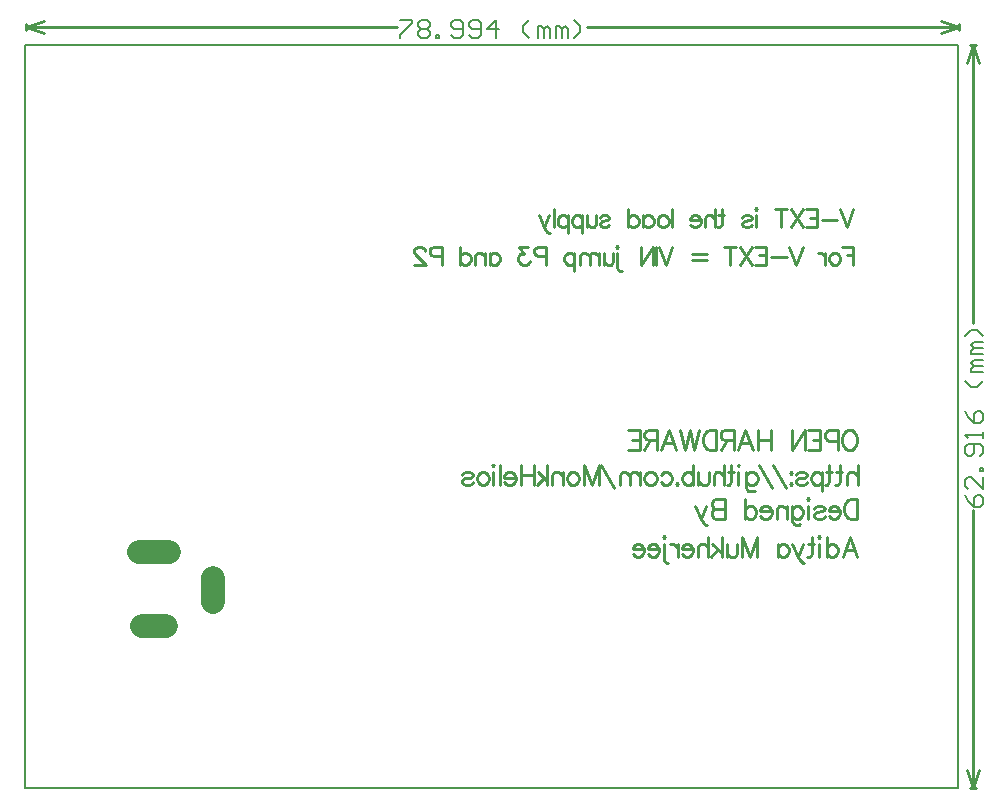
<source format=gbo>
G04 Layer_Color=32896*
%FSLAX44Y44*%
%MOMM*%
G71*
G01*
G75*
%ADD23C,0.1270*%
%ADD27C,0.2540*%
%ADD28C,2.0160*%
%ADD29C,0.1524*%
D23*
X255016Y831342D02*
X1044956D01*
Y202184D02*
Y831342D01*
X255016Y202184D02*
X1044956D01*
X255016D02*
Y831342D01*
D27*
X959358Y446884D02*
Y430378D01*
Y446884D02*
X953856D01*
X951498Y446099D01*
X949926Y444526D01*
X949140Y442954D01*
X948354Y440596D01*
Y436666D01*
X949140Y434308D01*
X949926Y432736D01*
X951498Y431164D01*
X953856Y430378D01*
X959358D01*
X944659Y436666D02*
X935227D01*
Y438238D01*
X936013Y439810D01*
X936799Y440596D01*
X938371Y441382D01*
X940729D01*
X942301Y440596D01*
X943873Y439024D01*
X944659Y436666D01*
Y435094D01*
X943873Y432736D01*
X942301Y431164D01*
X940729Y430378D01*
X938371D01*
X936799Y431164D01*
X935227Y432736D01*
X923044Y439024D02*
X923830Y440596D01*
X926188Y441382D01*
X928546D01*
X930904Y440596D01*
X931690Y439024D01*
X930904Y437452D01*
X929332Y436666D01*
X925402Y435880D01*
X923830Y435094D01*
X923044Y433522D01*
Y432736D01*
X923830Y431164D01*
X926188Y430378D01*
X928546D01*
X930904Y431164D01*
X931690Y432736D01*
X918013Y446884D02*
X917227Y446099D01*
X916441Y446884D01*
X917227Y447671D01*
X918013Y446884D01*
X917227Y441382D02*
Y430378D01*
X904101Y441382D02*
Y428806D01*
X904887Y426448D01*
X905673Y425662D01*
X907245Y424876D01*
X909603D01*
X911175Y425662D01*
X904101Y439024D02*
X905673Y440596D01*
X907245Y441382D01*
X909603D01*
X911175Y440596D01*
X912747Y439024D01*
X913533Y436666D01*
Y435094D01*
X912747Y432736D01*
X911175Y431164D01*
X909603Y430378D01*
X907245D01*
X905673Y431164D01*
X904101Y432736D01*
X899699Y441382D02*
Y430378D01*
Y438238D02*
X897341Y440596D01*
X895769Y441382D01*
X893411D01*
X891839Y440596D01*
X891053Y438238D01*
Y430378D01*
X886730Y436666D02*
X877297D01*
Y438238D01*
X878083Y439810D01*
X878869Y440596D01*
X880441Y441382D01*
X882799D01*
X884371Y440596D01*
X885944Y439024D01*
X886730Y436666D01*
Y435094D01*
X885944Y432736D01*
X884371Y431164D01*
X882799Y430378D01*
X880441D01*
X878869Y431164D01*
X877297Y432736D01*
X864328Y446884D02*
Y430378D01*
Y439024D02*
X865900Y440596D01*
X867472Y441382D01*
X869830D01*
X871402Y440596D01*
X872974Y439024D01*
X873760Y436666D01*
Y435094D01*
X872974Y432736D01*
X871402Y431164D01*
X869830Y430378D01*
X867472D01*
X865900Y431164D01*
X864328Y432736D01*
X846957Y446884D02*
Y430378D01*
Y446884D02*
X839883D01*
X837525Y446099D01*
X836739Y445312D01*
X835953Y443740D01*
Y442168D01*
X836739Y440596D01*
X837525Y439810D01*
X839883Y439024D01*
X846957D02*
X839883D01*
X837525Y438238D01*
X836739Y437452D01*
X835953Y435880D01*
Y433522D01*
X836739Y431950D01*
X837525Y431164D01*
X839883Y430378D01*
X846957D01*
X831472Y441382D02*
X826756Y430378D01*
X822040Y441382D02*
X826756Y430378D01*
X828328Y427234D01*
X829900Y425662D01*
X831472Y424876D01*
X832258D01*
X946782Y398186D02*
X953070Y414693D01*
X959358Y398186D01*
X957000Y403688D02*
X949140D01*
X933498Y414693D02*
Y398186D01*
Y406832D02*
X935070Y408404D01*
X936642Y409190D01*
X939000D01*
X940572Y408404D01*
X942144Y406832D01*
X942930Y404474D01*
Y402902D01*
X942144Y400544D01*
X940572Y398972D01*
X939000Y398186D01*
X936642D01*
X935070Y398972D01*
X933498Y400544D01*
X927524Y414693D02*
X926738Y413907D01*
X925952Y414693D01*
X926738Y415479D01*
X927524Y414693D01*
X926738Y409190D02*
Y398186D01*
X920686Y414693D02*
Y401330D01*
X919900Y398972D01*
X918328Y398186D01*
X916756D01*
X923044Y409190D02*
X917542D01*
X913612D02*
X908895Y398186D01*
X904179Y409190D02*
X908895Y398186D01*
X910467Y395042D01*
X912039Y393470D01*
X913612Y392684D01*
X914398D01*
X891996Y409190D02*
Y398186D01*
Y406832D02*
X893568Y408404D01*
X895140Y409190D01*
X897498D01*
X899070Y408404D01*
X900642Y406832D01*
X901428Y404474D01*
Y402902D01*
X900642Y400544D01*
X899070Y398972D01*
X897498Y398186D01*
X895140D01*
X893568Y398972D01*
X891996Y400544D01*
X874625Y414693D02*
Y398186D01*
Y414693D02*
X868337Y398186D01*
X862048Y414693D02*
X868337Y398186D01*
X862048Y414693D02*
Y398186D01*
X857332Y409190D02*
Y401330D01*
X856546Y398972D01*
X854974Y398186D01*
X852616D01*
X851044Y398972D01*
X848686Y401330D01*
Y409190D02*
Y398186D01*
X844363Y414693D02*
Y398186D01*
X836503Y409190D02*
X844363Y401330D01*
X841219Y404474D02*
X835717Y398186D01*
X833123Y414693D02*
Y398186D01*
Y406046D02*
X830765Y408404D01*
X829193Y409190D01*
X826835D01*
X825263Y408404D01*
X824477Y406046D01*
Y398186D01*
X820154Y404474D02*
X810721D01*
Y406046D01*
X811507Y407618D01*
X812293Y408404D01*
X813865Y409190D01*
X816223D01*
X817795Y408404D01*
X819368Y406832D01*
X820154Y404474D01*
Y402902D01*
X819368Y400544D01*
X817795Y398972D01*
X816223Y398186D01*
X813865D01*
X812293Y398972D01*
X810721Y400544D01*
X807184Y409190D02*
Y398186D01*
Y404474D02*
X806398Y406832D01*
X804826Y408404D01*
X803254Y409190D01*
X800896D01*
X796258Y414693D02*
X795472Y413907D01*
X794686Y414693D01*
X795472Y415479D01*
X796258Y414693D01*
X795472Y409190D02*
Y395828D01*
X796258Y393470D01*
X797831Y392684D01*
X799402D01*
X791621Y404474D02*
X782189D01*
Y406046D01*
X782975Y407618D01*
X783761Y408404D01*
X785333Y409190D01*
X787691D01*
X789263Y408404D01*
X790835Y406832D01*
X791621Y404474D01*
Y402902D01*
X790835Y400544D01*
X789263Y398972D01*
X787691Y398186D01*
X785333D01*
X783761Y398972D01*
X782189Y400544D01*
X778652Y404474D02*
X769219D01*
Y406046D01*
X770005Y407618D01*
X770791Y408404D01*
X772363Y409190D01*
X774721D01*
X776293Y408404D01*
X777866Y406832D01*
X778652Y404474D01*
Y402902D01*
X777866Y400544D01*
X776293Y398972D01*
X774721Y398186D01*
X772363D01*
X770791Y398972D01*
X769219Y400544D01*
X954388Y505202D02*
X955960Y504416D01*
X957532Y502844D01*
X958318Y501272D01*
X959104Y498914D01*
Y494984D01*
X958318Y492626D01*
X957532Y491054D01*
X955960Y489482D01*
X954388Y488696D01*
X951244D01*
X949672Y489482D01*
X948100Y491054D01*
X947314Y492626D01*
X946528Y494984D01*
Y498914D01*
X947314Y501272D01*
X948100Y502844D01*
X949672Y504416D01*
X951244Y505202D01*
X954388D01*
X942676Y496556D02*
X935602D01*
X933244Y497342D01*
X932458Y498128D01*
X931672Y499700D01*
Y502058D01*
X932458Y503630D01*
X933244Y504416D01*
X935602Y505202D01*
X942676D01*
Y488696D01*
X917759Y505202D02*
X927978D01*
Y488696D01*
X917759D01*
X927978Y497342D02*
X921689D01*
X915008Y505202D02*
Y488696D01*
Y505202D02*
X904004Y488696D01*
Y505202D02*
Y488696D01*
X886476Y505202D02*
Y488696D01*
X875471Y505202D02*
Y488696D01*
X886476Y497342D02*
X875471D01*
X858336Y488696D02*
X864624Y505202D01*
X870912Y488696D01*
X868554Y494198D02*
X860694D01*
X854484Y505202D02*
Y488696D01*
Y505202D02*
X847410D01*
X845052Y504416D01*
X844266Y503630D01*
X843480Y502058D01*
Y500486D01*
X844266Y498914D01*
X845052Y498128D01*
X847410Y497342D01*
X854484D01*
X848982D02*
X843480Y488696D01*
X839786Y505202D02*
Y488696D01*
Y505202D02*
X834284D01*
X831926Y504416D01*
X830354Y502844D01*
X829567Y501272D01*
X828782Y498914D01*
Y494984D01*
X829567Y492626D01*
X830354Y491054D01*
X831926Y489482D01*
X834284Y488696D01*
X839786D01*
X825087Y505202D02*
X821157Y488696D01*
X817227Y505202D02*
X821157Y488696D01*
X817227Y505202D02*
X813297Y488696D01*
X809367Y505202D02*
X813297Y488696D01*
X793489D02*
X799777Y505202D01*
X806066Y488696D01*
X803707Y494198D02*
X795847D01*
X789638Y505202D02*
Y488696D01*
Y505202D02*
X782563D01*
X780205Y504416D01*
X779419Y503630D01*
X778633Y502058D01*
Y500486D01*
X779419Y498914D01*
X780205Y498128D01*
X782563Y497342D01*
X789638D01*
X784136D02*
X778633Y488696D01*
X764721Y505202D02*
X774939D01*
Y488696D01*
X764721D01*
X774939Y497342D02*
X768651D01*
X959612Y475485D02*
Y458978D01*
Y466838D02*
X957254Y469196D01*
X955682Y469982D01*
X953324D01*
X951752Y469196D01*
X950966Y466838D01*
Y458978D01*
X944285Y475485D02*
Y462122D01*
X943499Y459764D01*
X941926Y458978D01*
X940355D01*
X946643Y469982D02*
X941141D01*
X935638Y475485D02*
Y462122D01*
X934852Y459764D01*
X933280Y458978D01*
X931708D01*
X937996Y469982D02*
X932494D01*
X929350D02*
Y453476D01*
Y467624D02*
X927778Y469196D01*
X926206Y469982D01*
X923848D01*
X922276Y469196D01*
X920704Y467624D01*
X919918Y465266D01*
Y463694D01*
X920704Y461336D01*
X922276Y459764D01*
X923848Y458978D01*
X926206D01*
X927778Y459764D01*
X929350Y461336D01*
X907735Y467624D02*
X908521Y469196D01*
X910879Y469982D01*
X913237D01*
X915595Y469196D01*
X916381Y467624D01*
X915595Y466052D01*
X914023Y465266D01*
X910093Y464480D01*
X908521Y463694D01*
X907735Y462122D01*
Y461336D01*
X908521Y459764D01*
X910879Y458978D01*
X913237D01*
X915595Y459764D01*
X916381Y461336D01*
X903490Y469982D02*
X904276Y469196D01*
X903490Y468410D01*
X902704Y469196D01*
X903490Y469982D01*
Y460550D02*
X904276Y459764D01*
X903490Y458978D01*
X902704Y459764D01*
X903490Y460550D01*
X899088Y456620D02*
X888084Y475485D01*
X886983Y456620D02*
X875979Y475485D01*
X865446Y469982D02*
Y457406D01*
X866233Y455048D01*
X867019Y454262D01*
X868591Y453476D01*
X870949D01*
X872521Y454262D01*
X865446Y467624D02*
X867019Y469196D01*
X868591Y469982D01*
X870949D01*
X872521Y469196D01*
X874093Y467624D01*
X874879Y465266D01*
Y463694D01*
X874093Y461336D01*
X872521Y459764D01*
X870949Y458978D01*
X868591D01*
X867019Y459764D01*
X865446Y461336D01*
X859473Y475485D02*
X858687Y474698D01*
X857901Y475485D01*
X858687Y476270D01*
X859473Y475485D01*
X858687Y469982D02*
Y458978D01*
X852634Y475485D02*
Y462122D01*
X851848Y459764D01*
X850276Y458978D01*
X848704D01*
X854992Y469982D02*
X849490D01*
X846346Y475485D02*
Y458978D01*
Y466838D02*
X843988Y469196D01*
X842416Y469982D01*
X840058D01*
X838486Y469196D01*
X837700Y466838D01*
Y458978D01*
X833377Y469982D02*
Y462122D01*
X832591Y459764D01*
X831019Y458978D01*
X828661D01*
X827089Y459764D01*
X824731Y462122D01*
Y469982D02*
Y458978D01*
X820407Y475485D02*
Y458978D01*
Y467624D02*
X818835Y469196D01*
X817263Y469982D01*
X814905D01*
X813333Y469196D01*
X811761Y467624D01*
X810975Y465266D01*
Y463694D01*
X811761Y461336D01*
X813333Y459764D01*
X814905Y458978D01*
X817263D01*
X818835Y459764D01*
X820407Y461336D01*
X806652Y460550D02*
X807438Y459764D01*
X806652Y458978D01*
X805866Y459764D01*
X806652Y460550D01*
X792818Y467624D02*
X794390Y469196D01*
X795962Y469982D01*
X798320D01*
X799892Y469196D01*
X801464Y467624D01*
X802250Y465266D01*
Y463694D01*
X801464Y461336D01*
X799892Y459764D01*
X798320Y458978D01*
X795962D01*
X794390Y459764D01*
X792818Y461336D01*
X785351Y469982D02*
X786923Y469196D01*
X788495Y467624D01*
X789281Y465266D01*
Y463694D01*
X788495Y461336D01*
X786923Y459764D01*
X785351Y458978D01*
X782993D01*
X781421Y459764D01*
X779849Y461336D01*
X779063Y463694D01*
Y465266D01*
X779849Y467624D01*
X781421Y469196D01*
X782993Y469982D01*
X785351D01*
X775447D02*
Y458978D01*
Y466838D02*
X773089Y469196D01*
X771517Y469982D01*
X769159D01*
X767587Y469196D01*
X766801Y466838D01*
Y458978D01*
Y466838D02*
X764443Y469196D01*
X762871Y469982D01*
X760513D01*
X758941Y469196D01*
X758155Y466838D01*
Y458978D01*
X752967Y456620D02*
X741963Y475485D01*
X740862D02*
Y458978D01*
Y475485D02*
X734574Y458978D01*
X728286Y475485D02*
X734574Y458978D01*
X728286Y475485D02*
Y458978D01*
X719640Y469982D02*
X721211Y469196D01*
X722784Y467624D01*
X723570Y465266D01*
Y463694D01*
X722784Y461336D01*
X721211Y459764D01*
X719640Y458978D01*
X717281D01*
X715709Y459764D01*
X714137Y461336D01*
X713351Y463694D01*
Y465266D01*
X714137Y467624D01*
X715709Y469196D01*
X717281Y469982D01*
X719640D01*
X709736D02*
Y458978D01*
Y466838D02*
X707377Y469196D01*
X705806Y469982D01*
X703447D01*
X701875Y469196D01*
X701089Y466838D01*
Y458978D01*
X696766Y475485D02*
Y458978D01*
X688906Y469982D02*
X696766Y462122D01*
X693622Y465266D02*
X688120Y458978D01*
X685526Y475485D02*
Y458978D01*
X674522Y475485D02*
Y458978D01*
X685526Y467624D02*
X674522D01*
X669963Y465266D02*
X660531D01*
Y466838D01*
X661317Y468410D01*
X662103Y469196D01*
X663675Y469982D01*
X666033D01*
X667605Y469196D01*
X669177Y467624D01*
X669963Y465266D01*
Y463694D01*
X669177Y461336D01*
X667605Y459764D01*
X666033Y458978D01*
X663675D01*
X662103Y459764D01*
X660531Y461336D01*
X656993Y475485D02*
Y458978D01*
X651963Y475485D02*
X651177Y474698D01*
X650391Y475485D01*
X651177Y476270D01*
X651963Y475485D01*
X651177Y469982D02*
Y458978D01*
X643552Y469982D02*
X645125Y469196D01*
X646697Y467624D01*
X647483Y465266D01*
Y463694D01*
X646697Y461336D01*
X645125Y459764D01*
X643552Y458978D01*
X641195D01*
X639622Y459764D01*
X638050Y461336D01*
X637264Y463694D01*
Y465266D01*
X638050Y467624D01*
X639622Y469196D01*
X641195Y469982D01*
X643552D01*
X625002Y467624D02*
X625788Y469196D01*
X628147Y469982D01*
X630505D01*
X632863Y469196D01*
X633649Y467624D01*
X632863Y466052D01*
X631291Y465266D01*
X627360Y464480D01*
X625788Y463694D01*
X625002Y462122D01*
Y461336D01*
X625788Y459764D01*
X628147Y458978D01*
X630505D01*
X632863Y459764D01*
X633649Y461336D01*
X956056Y660651D02*
Y645414D01*
Y660651D02*
X946624D01*
X956056Y653395D02*
X950251D01*
X941255Y655572D02*
X942706Y654846D01*
X944157Y653395D01*
X944882Y651218D01*
Y649767D01*
X944157Y647591D01*
X942706Y646140D01*
X941255Y645414D01*
X939078D01*
X937627Y646140D01*
X936176Y647591D01*
X935450Y649767D01*
Y651218D01*
X936176Y653395D01*
X937627Y654846D01*
X939078Y655572D01*
X941255D01*
X932113D02*
Y645414D01*
Y651218D02*
X931387Y653395D01*
X929936Y654846D01*
X928485Y655572D01*
X926308D01*
X912958Y660651D02*
X907153Y645414D01*
X901349Y660651D02*
X907153Y645414D01*
X899390Y651944D02*
X886330D01*
X872399Y660651D02*
X881831D01*
Y645414D01*
X872399D01*
X881831Y653395D02*
X876027D01*
X869860Y660651D02*
X859702Y645414D01*
Y660651D02*
X869860Y645414D01*
X851213Y660651D02*
Y645414D01*
X856292Y660651D02*
X846134D01*
X832348Y654121D02*
X819288D01*
X832348Y649767D02*
X819288D01*
X802818Y660651D02*
X797013Y645414D01*
X791209Y660651D02*
X797013Y645414D01*
X789250Y660651D02*
Y645414D01*
X786058Y660651D02*
Y645414D01*
Y660651D02*
X775900Y645414D01*
Y660651D02*
Y645414D01*
X756817Y660651D02*
X756092Y659925D01*
X755366Y660651D01*
X756092Y661376D01*
X756817Y660651D01*
X756092Y655572D02*
Y643237D01*
X756817Y641061D01*
X758269Y640335D01*
X759720D01*
X752537Y655572D02*
Y648316D01*
X751811Y646140D01*
X750360Y645414D01*
X748183D01*
X746732Y646140D01*
X744556Y648316D01*
Y655572D02*
Y645414D01*
X740565Y655572D02*
Y645414D01*
Y652670D02*
X738388Y654846D01*
X736937Y655572D01*
X734761D01*
X733309Y654846D01*
X732584Y652670D01*
Y645414D01*
Y652670D02*
X730407Y654846D01*
X728956Y655572D01*
X726779D01*
X725328Y654846D01*
X724603Y652670D01*
Y645414D01*
X719814Y655572D02*
Y640335D01*
Y653395D02*
X718363Y654846D01*
X716912Y655572D01*
X714735D01*
X713284Y654846D01*
X711833Y653395D01*
X711107Y651218D01*
Y649767D01*
X711833Y647591D01*
X713284Y646140D01*
X714735Y645414D01*
X716912D01*
X718363Y646140D01*
X719814Y647591D01*
X695871Y652670D02*
X689341D01*
X687164Y653395D01*
X686438Y654121D01*
X685713Y655572D01*
Y657748D01*
X686438Y659200D01*
X687164Y659925D01*
X689341Y660651D01*
X695871D01*
Y645414D01*
X680852Y660651D02*
X672870D01*
X677224Y654846D01*
X675047D01*
X673596Y654121D01*
X672870Y653395D01*
X672145Y651218D01*
Y649767D01*
X672870Y647591D01*
X674322Y646140D01*
X676498Y645414D01*
X678675D01*
X680852Y646140D01*
X681577Y646865D01*
X682303Y648316D01*
X648056Y655572D02*
Y645414D01*
Y653395D02*
X649507Y654846D01*
X650958Y655572D01*
X653135D01*
X654586Y654846D01*
X656037Y653395D01*
X656763Y651218D01*
Y649767D01*
X656037Y647591D01*
X654586Y646140D01*
X653135Y645414D01*
X650958D01*
X649507Y646140D01*
X648056Y647591D01*
X643993Y655572D02*
Y645414D01*
Y652670D02*
X641816Y654846D01*
X640365Y655572D01*
X638189D01*
X636738Y654846D01*
X636012Y652670D01*
Y645414D01*
X623315Y660651D02*
Y645414D01*
Y653395D02*
X624766Y654846D01*
X626217Y655572D01*
X628394D01*
X629845Y654846D01*
X631296Y653395D01*
X632021Y651218D01*
Y649767D01*
X631296Y647591D01*
X629845Y646140D01*
X628394Y645414D01*
X626217D01*
X624766Y646140D01*
X623315Y647591D01*
X607280Y652670D02*
X600750D01*
X598573Y653395D01*
X597848Y654121D01*
X597122Y655572D01*
Y657748D01*
X597848Y659200D01*
X598573Y659925D01*
X600750Y660651D01*
X607280D01*
Y645414D01*
X592986Y657023D02*
Y657748D01*
X592261Y659200D01*
X591535Y659925D01*
X590084Y660651D01*
X587182D01*
X585731Y659925D01*
X585005Y659200D01*
X584280Y657748D01*
Y656297D01*
X585005Y654846D01*
X586456Y652670D01*
X593712Y645414D01*
X583554D01*
X956056Y692401D02*
X950251Y677164D01*
X944447Y692401D02*
X950251Y677164D01*
X942488Y683694D02*
X929428D01*
X915497Y692401D02*
X924930D01*
Y677164D01*
X915497D01*
X924930Y685145D02*
X919125D01*
X912958Y692401D02*
X902800Y677164D01*
Y692401D02*
X912958Y677164D01*
X894311Y692401D02*
Y677164D01*
X899390Y692401D02*
X889232D01*
X873995D02*
X873270Y691675D01*
X872544Y692401D01*
X873270Y693126D01*
X873995Y692401D01*
X873270Y687322D02*
Y677164D01*
X861879Y685145D02*
X862604Y686596D01*
X864781Y687322D01*
X866957D01*
X869134Y686596D01*
X869860Y685145D01*
X869134Y683694D01*
X867683Y682969D01*
X864055Y682243D01*
X862604Y681517D01*
X861879Y680066D01*
Y679341D01*
X862604Y677890D01*
X864781Y677164D01*
X866957D01*
X869134Y677890D01*
X869860Y679341D01*
X844538Y692401D02*
Y680066D01*
X843812Y677890D01*
X842361Y677164D01*
X840910D01*
X846714Y687322D02*
X841635D01*
X838733Y692401D02*
Y677164D01*
Y684420D02*
X836556Y686596D01*
X835105Y687322D01*
X832929D01*
X831478Y686596D01*
X830752Y684420D01*
Y677164D01*
X826761Y682969D02*
X818055D01*
Y684420D01*
X818780Y685871D01*
X819506Y686596D01*
X820957Y687322D01*
X823134D01*
X824585Y686596D01*
X826036Y685145D01*
X826761Y682969D01*
Y681517D01*
X826036Y679341D01*
X824585Y677890D01*
X823134Y677164D01*
X820957D01*
X819506Y677890D01*
X818055Y679341D01*
X802818Y692401D02*
Y677164D01*
X795998Y687322D02*
X797449Y686596D01*
X798900Y685145D01*
X799625Y682969D01*
Y681517D01*
X798900Y679341D01*
X797449Y677890D01*
X795998Y677164D01*
X793821D01*
X792370Y677890D01*
X790919Y679341D01*
X790193Y681517D01*
Y682969D01*
X790919Y685145D01*
X792370Y686596D01*
X793821Y687322D01*
X795998D01*
X778149D02*
Y677164D01*
Y685145D02*
X779600Y686596D01*
X781051Y687322D01*
X783228D01*
X784679Y686596D01*
X786130Y685145D01*
X786856Y682969D01*
Y681517D01*
X786130Y679341D01*
X784679Y677890D01*
X783228Y677164D01*
X781051D01*
X779600Y677890D01*
X778149Y679341D01*
X765379Y692401D02*
Y677164D01*
Y685145D02*
X766830Y686596D01*
X768281Y687322D01*
X770458D01*
X771909Y686596D01*
X773360Y685145D01*
X774086Y682969D01*
Y681517D01*
X773360Y679341D01*
X771909Y677890D01*
X770458Y677164D01*
X768281D01*
X766830Y677890D01*
X765379Y679341D01*
X741363Y685145D02*
X742089Y686596D01*
X744265Y687322D01*
X746442D01*
X748619Y686596D01*
X749344Y685145D01*
X748619Y683694D01*
X747168Y682969D01*
X743540Y682243D01*
X742089Y681517D01*
X741363Y680066D01*
Y679341D01*
X742089Y677890D01*
X744265Y677164D01*
X746442D01*
X748619Y677890D01*
X749344Y679341D01*
X738171Y687322D02*
Y680066D01*
X737445Y677890D01*
X735994Y677164D01*
X733817D01*
X732366Y677890D01*
X730190Y680066D01*
Y687322D02*
Y677164D01*
X726199Y687322D02*
Y672085D01*
Y685145D02*
X724748Y686596D01*
X723297Y687322D01*
X721120D01*
X719669Y686596D01*
X718218Y685145D01*
X717492Y682969D01*
Y681517D01*
X718218Y679341D01*
X719669Y677890D01*
X721120Y677164D01*
X723297D01*
X724748Y677890D01*
X726199Y679341D01*
X714227Y687322D02*
Y672085D01*
Y685145D02*
X712776Y686596D01*
X711325Y687322D01*
X709148D01*
X707697Y686596D01*
X706246Y685145D01*
X705520Y682969D01*
Y681517D01*
X706246Y679341D01*
X707697Y677890D01*
X709148Y677164D01*
X711325D01*
X712776Y677890D01*
X714227Y679341D01*
X702255Y692401D02*
Y677164D01*
X698337Y687322D02*
X693984Y677164D01*
X689631Y687322D02*
X693984Y677164D01*
X695435Y674262D01*
X696886Y672811D01*
X698337Y672085D01*
X699063D01*
X1054354Y831342D02*
X1059434D01*
X1054354Y202184D02*
X1059434D01*
X1056894Y831342D02*
X1061974Y816102D01*
X1051814D02*
X1056894Y831342D01*
Y202184D02*
X1061974Y217424D01*
X1051814D02*
X1056894Y202184D01*
Y595733D02*
Y831342D01*
Y202184D02*
Y437793D01*
X1044977Y843788D02*
Y848868D01*
X255037Y843788D02*
Y848868D01*
X1029737Y841248D02*
X1044977Y846328D01*
X1029737Y851408D02*
X1044977Y846328D01*
X255037D02*
X270277Y841248D01*
X255037Y846328D02*
X270277Y851408D01*
X730246Y846328D02*
X1044977D01*
X255037D02*
X569768D01*
D28*
X351266Y401824D02*
X376266D01*
X413766Y359824D02*
Y379824D01*
X353766Y339824D02*
X373766D01*
D29*
X1050800Y450490D02*
X1053340Y445412D01*
X1058418Y440333D01*
X1063496D01*
X1066036Y442872D01*
Y447951D01*
X1063496Y450490D01*
X1060957D01*
X1058418Y447951D01*
Y440333D01*
X1066036Y465725D02*
Y455568D01*
X1055879Y465725D01*
X1053340D01*
X1050800Y463186D01*
Y458107D01*
X1053340Y455568D01*
X1066036Y470803D02*
X1063496D01*
Y473343D01*
X1066036D01*
Y470803D01*
X1063496Y483499D02*
X1066036Y486038D01*
Y491117D01*
X1063496Y493656D01*
X1053340D01*
X1050800Y491117D01*
Y486038D01*
X1053340Y483499D01*
X1055879D01*
X1058418Y486038D01*
Y493656D01*
X1066036Y498734D02*
Y503813D01*
Y501273D01*
X1050800D01*
X1053340Y498734D01*
X1050800Y521587D02*
X1053340Y516509D01*
X1058418Y511430D01*
X1063496D01*
X1066036Y513969D01*
Y519048D01*
X1063496Y521587D01*
X1060957D01*
X1058418Y519048D01*
Y511430D01*
X1066036Y546979D02*
X1060957Y541900D01*
X1055879D01*
X1050800Y546979D01*
X1066036Y554596D02*
X1055879D01*
Y557135D01*
X1058418Y559675D01*
X1066036D01*
X1058418D01*
X1055879Y562214D01*
X1058418Y564753D01*
X1066036D01*
Y569831D02*
X1055879D01*
Y572370D01*
X1058418Y574910D01*
X1066036D01*
X1058418D01*
X1055879Y577449D01*
X1058418Y579988D01*
X1066036D01*
Y585066D02*
X1060957Y590145D01*
X1055879D01*
X1050800Y585066D01*
X572308Y852421D02*
X582464D01*
Y849882D01*
X572308Y839726D01*
Y837187D01*
X587543Y849882D02*
X590082Y852421D01*
X595160D01*
X597699Y849882D01*
Y847343D01*
X595160Y844804D01*
X597699Y842265D01*
Y839726D01*
X595160Y837187D01*
X590082D01*
X587543Y839726D01*
Y842265D01*
X590082Y844804D01*
X587543Y847343D01*
Y849882D01*
X590082Y844804D02*
X595160D01*
X602778Y837187D02*
Y839726D01*
X605317D01*
Y837187D01*
X602778D01*
X615474Y839726D02*
X618013Y837187D01*
X623091D01*
X625630Y839726D01*
Y849882D01*
X623091Y852421D01*
X618013D01*
X615474Y849882D01*
Y847343D01*
X618013Y844804D01*
X625630D01*
X630709Y839726D02*
X633248Y837187D01*
X638326D01*
X640865Y839726D01*
Y849882D01*
X638326Y852421D01*
X633248D01*
X630709Y849882D01*
Y847343D01*
X633248Y844804D01*
X640865D01*
X653561Y837187D02*
Y852421D01*
X645944Y844804D01*
X656100D01*
X681492Y837187D02*
X676414Y842265D01*
Y847343D01*
X681492Y852421D01*
X689110Y837187D02*
Y847343D01*
X691649D01*
X694188Y844804D01*
Y837187D01*
Y844804D01*
X696727Y847343D01*
X699267Y844804D01*
Y837187D01*
X704345D02*
Y847343D01*
X706884D01*
X709423Y844804D01*
Y837187D01*
Y844804D01*
X711962Y847343D01*
X714502Y844804D01*
Y837187D01*
X719580D02*
X724658Y842265D01*
Y847343D01*
X719580Y852421D01*
M02*

</source>
